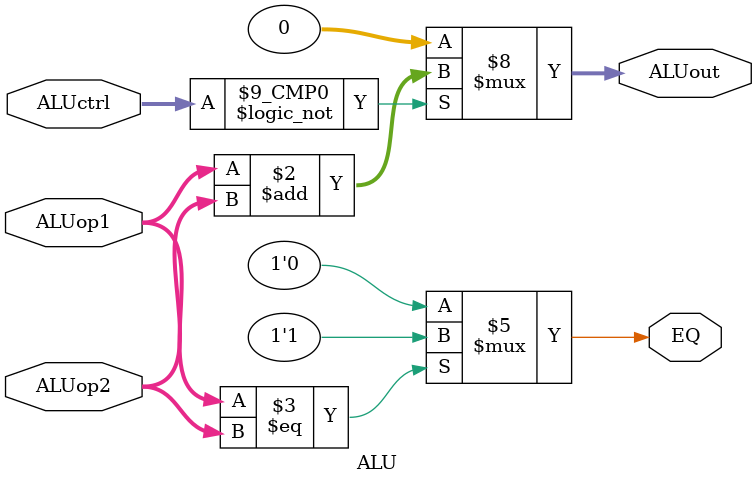
<source format=sv>
module ALU #(
    parameter   WIDTH = 32,
                aluctrlWIDTH = 3
) (
    input logic [WIDTH-1:0]         ALUop1,
    input logic [WIDTH-1:0]         ALUop2,
    input logic [aluctrlWIDTH-1:0]  ALUctrl,
    output logic                    EQ,
    output logic [WIDTH-1:0]        ALUout
);

    always_comb begin
        case (ALUctrl)
            3'b0: ALUout = ALUop1 + ALUop2;
            default: ALUout = {WIDTH{1'b0}};
        endcase

        if (ALUop1 == ALUop2)   EQ = 1;
        else                    EQ = 0;
    end
    
endmodule

</source>
